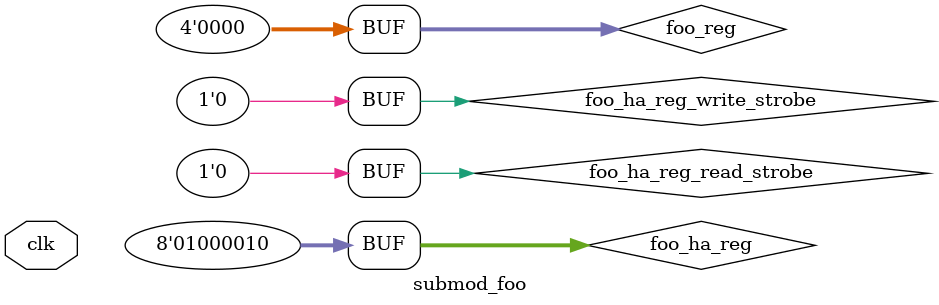
<source format=v>
`timescale 1ns/1ps

`ifndef GHOSTBUS_LIVE
  `define GHOSTBUSPORTS
  `define GHOSTBUS_submod_foo
  `define GHOSTBUS_submod_foo_bar_0
`endif

module submod_foo #(
  parameter AW = 24,
  parameter DW = 32,
  parameter GW = 8,
  parameter RD = 8
) (
  input clk
  `GHOSTBUSPORTS
);

reg [3:0] foo_reg=0;                            // Non-host-accessible register

(* ghostbus *) reg [GW-1:0] foo_ha_reg=8'h42;  // Host-accessible register (will be auto-decoded)
(* ghostbus_ws="foo_ha_reg" *) reg foo_ha_reg_write_strobe=1'b0;  // Associated write-strobe; will strobe high when foo_ha_reg is written to
(* ghostbus_rs="foo_ha_reg" *) reg foo_ha_reg_read_strobe=1'b0;  // Associated read-strobe; will strobe high when foo_ha_reg is read
//(* ghostbus_strobe *) reg foo_strobe=1'b0;  // A strobe (write-only; value is ignored; pulse high for one clock cycle on write)

(* ghostbus_addr='h40 *) reg [3:0] foo_ram [0:RD-1]; // Host-accessible RAM with pre-defined relative address (0x40)
(* ghostbus *) wire [5:0] ima_wire;
reg  [5:0] ima_reg;

submod_bar #(
  .AW(AW),
  .DW(DW)
) bar_0 (
  .clk(clk),
  .demo_sig(foo_reg[1])
  `GHOSTBUS_submod_foo_bar_0
);

`GHOSTBUS_submod_foo

endmodule

</source>
